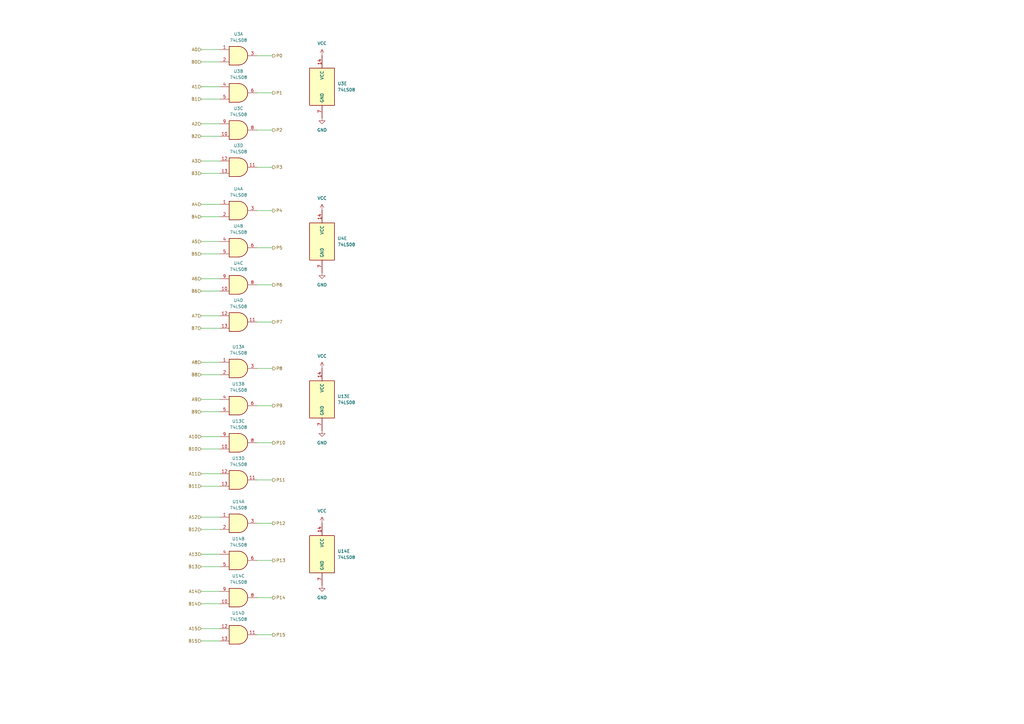
<source format=kicad_sch>
(kicad_sch (version 20231120) (generator "eeschema") (generator_version "8.0")
  (paper "A3")
  (lib_symbols
    (symbol "74xx:74LS08" (pin_names (offset 1.016))
      (property "Reference" "U" (at 0 1.27 0))
      (property "Value" "74LS08" (at 0 -1.27 0))
      (symbol "74LS08_1_1"
        (arc (start 0 -3.81) (mid 3.7934 0) (end 0 3.81) (stroke (width 0.254)) (fill (type background)))
        (polyline (pts (xy 0 3.81) (xy -3.81 3.81) (xy -3.81 -3.81) (xy 0 -3.81)) (stroke (width 0.254)) (fill (type background)))
        (pin input line (at -7.62 2.54 0) (length 3.81) (name "~") (number "1"))
        (pin input line (at -7.62 -2.54 0) (length 3.81) (name "~") (number "2"))
        (pin output line (at 7.62 0 180) (length 3.81) (name "~") (number "3"))
      )
      (symbol "74LS08_1_2"
        (arc (start -3.81 -3.81) (mid -2.589 0) (end -3.81 3.81) (stroke (width 0.254)))
        (arc (start -0.6096 -3.81) (mid 2.1842 -2.5851) (end 3.81 0) (stroke (width 0.254)) (fill (type background)))
        (polyline (pts (xy -3.81 -3.81) (xy -0.635 -3.81)) (stroke (width 0.254)) (fill (type background)))
        (polyline (pts (xy -3.81 3.81) (xy -0.635 3.81)) (stroke (width 0.254)) (fill (type background)))
        (polyline (pts (xy -0.635 3.81) (xy -3.81 3.81) (xy -3.81 3.81) (xy -3.556 3.4036) (xy -3.0226 2.2606) (xy -2.6924 1.0414) (xy -2.6162 -0.254) (xy -2.7686 -1.4986) (xy -3.175 -2.7178) (xy -3.81 -3.81) (xy -3.81 -3.81) (xy -0.635 -3.81)) (stroke (width -25.4)) (fill (type background)))
        (arc (start 3.81 0) (mid 2.1915 2.5936) (end -0.6096 3.81) (stroke (width 0.254)) (fill (type background)))
        (pin input inverted (at -7.62 2.54 0) (length 4.318) (name "~") (number "1"))
        (pin input inverted (at -7.62 -2.54 0) (length 4.318) (name "~") (number "2"))
        (pin output inverted (at 7.62 0 180) (length 3.81) (name "~") (number "3"))
      )
      (symbol "74LS08_2_1"
        (arc (start 0 -3.81) (mid 3.7934 0) (end 0 3.81) (stroke (width 0.254)) (fill (type background)))
        (polyline (pts (xy 0 3.81) (xy -3.81 3.81) (xy -3.81 -3.81) (xy 0 -3.81)) (stroke (width 0.254)) (fill (type background)))
        (pin input line (at -7.62 2.54 0) (length 3.81) (name "~") (number "4"))
        (pin input line (at -7.62 -2.54 0) (length 3.81) (name "~") (number "5"))
        (pin output line (at 7.62 0 180) (length 3.81) (name "~") (number "6"))
      )
      (symbol "74LS08_2_2"
        (arc (start -3.81 -3.81) (mid -2.589 0) (end -3.81 3.81) (stroke (width 0.254)))
        (arc (start -0.6096 -3.81) (mid 2.1842 -2.5851) (end 3.81 0) (stroke (width 0.254)) (fill (type background)))
        (polyline (pts (xy -3.81 -3.81) (xy -0.635 -3.81)) (stroke (width 0.254)) (fill (type background)))
        (polyline (pts (xy -3.81 3.81) (xy -0.635 3.81)) (stroke (width 0.254)) (fill (type background)))
        (polyline (pts (xy -0.635 3.81) (xy -3.81 3.81) (xy -3.81 3.81) (xy -3.556 3.4036) (xy -3.0226 2.2606) (xy -2.6924 1.0414) (xy -2.6162 -0.254) (xy -2.7686 -1.4986) (xy -3.175 -2.7178) (xy -3.81 -3.81) (xy -3.81 -3.81) (xy -0.635 -3.81)) (stroke (width -25.4)) (fill (type background)))
        (arc (start 3.81 0) (mid 2.1915 2.5936) (end -0.6096 3.81) (stroke (width 0.254)) (fill (type background)))
        (pin input inverted (at -7.62 2.54 0) (length 4.318) (name "~") (number "4"))
        (pin input inverted (at -7.62 -2.54 0) (length 4.318) (name "~") (number "5"))
        (pin output inverted (at 7.62 0 180) (length 3.81) (name "~") (number "6"))
      )
      (symbol "74LS08_3_1"
        (arc (start 0 -3.81) (mid 3.7934 0) (end 0 3.81) (stroke (width 0.254)) (fill (type background)))
        (polyline (pts (xy 0 3.81) (xy -3.81 3.81) (xy -3.81 -3.81) (xy 0 -3.81)) (stroke (width 0.254)) (fill (type background)))
        (pin input line (at -7.62 -2.54 0) (length 3.81) (name "~") (number "10"))
        (pin output line (at 7.62 0 180) (length 3.81) (name "~") (number "8"))
        (pin input line (at -7.62 2.54 0) (length 3.81) (name "~") (number "9"))
      )
      (symbol "74LS08_3_2"
        (arc (start -3.81 -3.81) (mid -2.589 0) (end -3.81 3.81) (stroke (width 0.254)))
        (arc (start -0.6096 -3.81) (mid 2.1842 -2.5851) (end 3.81 0) (stroke (width 0.254)) (fill (type background)))
        (polyline (pts (xy -3.81 -3.81) (xy -0.635 -3.81)) (stroke (width 0.254)) (fill (type background)))
        (polyline (pts (xy -3.81 3.81) (xy -0.635 3.81)) (stroke (width 0.254)) (fill (type background)))
        (polyline (pts (xy -0.635 3.81) (xy -3.81 3.81) (xy -3.81 3.81) (xy -3.556 3.4036) (xy -3.0226 2.2606) (xy -2.6924 1.0414) (xy -2.6162 -0.254) (xy -2.7686 -1.4986) (xy -3.175 -2.7178) (xy -3.81 -3.81) (xy -3.81 -3.81) (xy -0.635 -3.81)) (stroke (width -25.4)) (fill (type background)))
        (arc (start 3.81 0) (mid 2.1915 2.5936) (end -0.6096 3.81) (stroke (width 0.254)) (fill (type background)))
        (pin input inverted (at -7.62 -2.54 0) (length 4.318) (name "~") (number "10"))
        (pin output inverted (at 7.62 0 180) (length 3.81) (name "~") (number "8"))
        (pin input inverted (at -7.62 2.54 0) (length 4.318) (name "~") (number "9"))
      )
      (symbol "74LS08_4_1"
        (arc (start 0 -3.81) (mid 3.7934 0) (end 0 3.81) (stroke (width 0.254)) (fill (type background)))
        (polyline (pts (xy 0 3.81) (xy -3.81 3.81) (xy -3.81 -3.81) (xy 0 -3.81)) (stroke (width 0.254)) (fill (type background)))
        (pin output line (at 7.62 0 180) (length 3.81) (name "~") (number "11"))
        (pin input line (at -7.62 2.54 0) (length 3.81) (name "~") (number "12"))
        (pin input line (at -7.62 -2.54 0) (length 3.81) (name "~") (number "13"))
      )
      (symbol "74LS08_4_2"
        (arc (start -3.81 -3.81) (mid -2.589 0) (end -3.81 3.81) (stroke (width 0.254)))
        (arc (start -0.6096 -3.81) (mid 2.1842 -2.5851) (end 3.81 0) (stroke (width 0.254)) (fill (type background)))
        (polyline (pts (xy -3.81 -3.81) (xy -0.635 -3.81)) (stroke (width 0.254)) (fill (type background)))
        (polyline (pts (xy -3.81 3.81) (xy -0.635 3.81)) (stroke (width 0.254)) (fill (type background)))
        (polyline (pts (xy -0.635 3.81) (xy -3.81 3.81) (xy -3.81 3.81) (xy -3.556 3.4036) (xy -3.0226 2.2606) (xy -2.6924 1.0414) (xy -2.6162 -0.254) (xy -2.7686 -1.4986) (xy -3.175 -2.7178) (xy -3.81 -3.81) (xy -3.81 -3.81) (xy -0.635 -3.81)) (stroke (width -25.4)) (fill (type background)))
        (arc (start 3.81 0) (mid 2.1915 2.5936) (end -0.6096 3.81) (stroke (width 0.254)) (fill (type background)))
        (pin output inverted (at 7.62 0 180) (length 3.81) (name "~") (number "11"))
        (pin input inverted (at -7.62 2.54 0) (length 4.318) (name "~") (number "12"))
        (pin input inverted (at -7.62 -2.54 0) (length 4.318) (name "~") (number "13"))
      )
      (symbol "74LS08_5_0"
        (pin power_in line (at 0 12.7 270) (length 5.08) (name "VCC") (number "14"))
        (pin power_in line (at 0 -12.7 90) (length 5.08) (name "GND") (number "7"))
      )
      (symbol "74LS08_5_1"
        (rectangle (start -5.08 7.62) (end 5.08 -7.62) (stroke (width 0.254)) (fill (type background)))
      )
    )
    (symbol "power:GND" (power) (pin_numbers hide) (pin_names (offset 0) hide)
      (property "Value" "GND" (at 0 -3.81 0))
      (symbol "GND_0_1"
        (polyline (pts (xy 0 0) (xy 0 -1.27) (xy 1.27 -1.27) (xy 0 -2.54) (xy -1.27 -1.27) (xy 0 -1.27)))
      )
      (symbol "GND_1_1"
        (pin power_in line (at 0 0 270) (length 0) (name "~") (number "1"))
      )
    )
    (symbol "power:VCC" (power) (pin_numbers hide) (pin_names (offset 0) hide)
      (property "Value" "VCC" (at 0 3.556 0))
      (symbol "VCC_0_1"
        (polyline (pts (xy -0.762 1.27) (xy 0 2.54)))
        (polyline (pts (xy 0 0) (xy 0 2.54)))
        (polyline (pts (xy 0 2.54) (xy 0.762 1.27)))
      )
      (symbol "VCC_1_1"
        (pin power_in line (at 0 0 90) (length 0) (name "~") (number "1"))
      )
    )
  )
  (wire (pts (xy 105.41 151.13) (xy 111.76 151.13)))
  (wire (pts (xy 82.55 55.88) (xy 90.17 55.88)))
  (wire (pts (xy 105.41 38.1) (xy 111.76 38.1)))
  (wire (pts (xy 105.41 132.08) (xy 111.76 132.08)))
  (wire (pts (xy 82.55 50.8) (xy 90.17 50.8)))
  (wire (pts (xy 82.55 148.59) (xy 90.17 148.59)))
  (wire (pts (xy 105.41 116.84) (xy 111.76 116.84)))
  (wire (pts (xy 105.41 214.63) (xy 111.76 214.63)))
  (wire (pts (xy 82.55 257.81) (xy 90.17 257.81)))
  (wire (pts (xy 82.55 114.3) (xy 90.17 114.3)))
  (wire (pts (xy 105.41 260.35) (xy 111.76 260.35)))
  (wire (pts (xy 82.55 104.14) (xy 90.17 104.14)))
  (wire (pts (xy 82.55 66.04) (xy 90.17 66.04)))
  (wire (pts (xy 82.55 179.07) (xy 90.17 179.07)))
  (wire (pts (xy 105.41 68.58) (xy 111.76 68.58)))
  (wire (pts (xy 105.41 22.86) (xy 111.76 22.86)))
  (wire (pts (xy 105.41 86.36) (xy 111.76 86.36)))
  (wire (pts (xy 82.55 88.9) (xy 90.17 88.9)))
  (wire (pts (xy 82.55 153.67) (xy 90.17 153.67)))
  (wire (pts (xy 82.55 35.56) (xy 90.17 35.56)))
  (wire (pts (xy 105.41 53.34) (xy 111.76 53.34)))
  (wire (pts (xy 82.55 134.62) (xy 90.17 134.62)))
  (wire (pts (xy 105.41 166.37) (xy 111.76 166.37)))
  (wire (pts (xy 82.55 129.54) (xy 90.17 129.54)))
  (wire (pts (xy 82.55 20.32) (xy 90.17 20.32)))
  (wire (pts (xy 105.41 229.87) (xy 111.76 229.87)))
  (wire (pts (xy 82.55 232.41) (xy 90.17 232.41)))
  (wire (pts (xy 105.41 101.6) (xy 111.76 101.6)))
  (wire (pts (xy 82.55 25.4) (xy 90.17 25.4)))
  (wire (pts (xy 82.55 71.12) (xy 90.17 71.12)))
  (wire (pts (xy 82.55 227.33) (xy 90.17 227.33)))
  (wire (pts (xy 82.55 242.57) (xy 90.17 242.57)))
  (wire (pts (xy 105.41 245.11) (xy 111.76 245.11)))
  (wire (pts (xy 82.55 194.31) (xy 90.17 194.31)))
  (wire (pts (xy 82.55 262.89) (xy 90.17 262.89)))
  (wire (pts (xy 82.55 212.09) (xy 90.17 212.09)))
  (wire (pts (xy 82.55 163.83) (xy 90.17 163.83)))
  (wire (pts (xy 82.55 184.15) (xy 90.17 184.15)))
  (wire (pts (xy 82.55 217.17) (xy 90.17 217.17)))
  (wire (pts (xy 82.55 168.91) (xy 90.17 168.91)))
  (wire (pts (xy 105.41 196.85) (xy 111.76 196.85)))
  (wire (pts (xy 82.55 247.65) (xy 90.17 247.65)))
  (wire (pts (xy 82.55 83.82) (xy 90.17 83.82)))
  (wire (pts (xy 105.41 181.61) (xy 111.76 181.61)))
  (wire (pts (xy 82.55 199.39) (xy 90.17 199.39)))
  (wire (pts (xy 82.55 99.06) (xy 90.17 99.06)))
  (wire (pts (xy 82.55 119.38) (xy 90.17 119.38)))
  (wire (pts (xy 82.55 40.64) (xy 90.17 40.64)))
  (hierarchical_label "P0" (shape output) (at 111.76 22.86 0))
  (hierarchical_label "B6" (shape input) (at 82.55 119.38 180))
  (hierarchical_label "A2" (shape input) (at 82.55 50.8 180))
  (hierarchical_label "B13" (shape input) (at 82.55 232.41 180))
  (hierarchical_label "A14" (shape input) (at 82.55 242.57 180))
  (hierarchical_label "B4" (shape input) (at 82.55 88.9 180))
  (hierarchical_label "P7" (shape output) (at 111.76 132.08 0))
  (hierarchical_label "B9" (shape input) (at 82.55 168.91 180))
  (hierarchical_label "P9" (shape output) (at 111.76 166.37 0))
  (hierarchical_label "B3" (shape input) (at 82.55 71.12 180))
  (hierarchical_label "P6" (shape output) (at 111.76 116.84 0))
  (hierarchical_label "B2" (shape input) (at 82.55 55.88 180))
  (hierarchical_label "P13" (shape output) (at 111.76 229.87 0))
  (hierarchical_label "P5" (shape output) (at 111.76 101.6 0))
  (hierarchical_label "P3" (shape output) (at 111.76 68.58 0))
  (hierarchical_label "A12" (shape input) (at 82.55 212.09 180))
  (hierarchical_label "B5" (shape input) (at 82.55 104.14 180))
  (hierarchical_label "A7" (shape input) (at 82.55 129.54 180))
  (hierarchical_label "B14" (shape input) (at 82.55 247.65 180))
  (hierarchical_label "P8" (shape output) (at 111.76 151.13 0))
  (hierarchical_label "B0" (shape input) (at 82.55 25.4 180))
  (hierarchical_label "A13" (shape input) (at 82.55 227.33 180))
  (hierarchical_label "P11" (shape output) (at 111.76 196.85 0))
  (hierarchical_label "B8" (shape input) (at 82.55 153.67 180))
  (hierarchical_label "A5" (shape input) (at 82.55 99.06 180))
  (hierarchical_label "B1" (shape input) (at 82.55 40.64 180))
  (hierarchical_label "A0" (shape input) (at 82.55 20.32 180))
  (hierarchical_label "A6" (shape input) (at 82.55 114.3 180))
  (hierarchical_label "P1" (shape output) (at 111.76 38.1 0))
  (hierarchical_label "P12" (shape output) (at 111.76 214.63 0))
  (hierarchical_label "P4" (shape output) (at 111.76 86.36 0))
  (hierarchical_label "P2" (shape output) (at 111.76 53.34 0))
  (hierarchical_label "P14" (shape output) (at 111.76 245.11 0))
  (hierarchical_label "B10" (shape input) (at 82.55 184.15 180))
  (hierarchical_label "B15" (shape input) (at 82.55 262.89 180))
  (hierarchical_label "A11" (shape input) (at 82.55 194.31 180))
  (hierarchical_label "A1" (shape input) (at 82.55 35.56 180))
  (hierarchical_label "A3" (shape input) (at 82.55 66.04 180))
  (hierarchical_label "B7" (shape input) (at 82.55 134.62 180))
  (hierarchical_label "A15" (shape input) (at 82.55 257.81 180))
  (hierarchical_label "A4" (shape input) (at 82.55 83.82 180))
  (hierarchical_label "P10" (shape output) (at 111.76 181.61 0))
  (hierarchical_label "A10" (shape input) (at 82.55 179.07 180))
  (hierarchical_label "B11" (shape input) (at 82.55 199.39 180))
  (hierarchical_label "A9" (shape input) (at 82.55 163.83 180))
  (hierarchical_label "B12" (shape input) (at 82.55 217.17 180))
  (hierarchical_label "A8" (shape input) (at 82.55 148.59 180))
  (hierarchical_label "P15" (shape output) (at 111.76 260.35 0))
  (symbol (lib_id "power:GND") (at 132.08 240.03 0) (unit 1)
    (property "Reference" "#PWR030" (effects (hide yes)))
    (property "Value" "GND" (at 132.08 245.11 0))
    (property "Description" "Power symbol creates a global label with name \"GND\" , ground" (effects (hide yes)))
  )
  (symbol (lib_id "74xx:74LS08") (at 97.79 38.1 0) (unit 2)
    (property "Reference" "U3" (at 97.7817 29.21 0))
    (property "Value" "74LS08" (at 97.7817 31.75 0))
    (property "Datasheet" "http://www.ti.com/lit/gpn/sn74LS08" (effects (hide yes)))
    (property "Description" "Quad And2" (effects (hide yes)))
  )
  (symbol (lib_id "74xx:74LS08") (at 97.79 229.87 0) (unit 2)
    (property "Reference" "U14" (at 97.7817 220.98 0))
    (property "Value" "74LS08" (at 97.7817 223.52 0))
    (property "Datasheet" "http://www.ti.com/lit/gpn/sn74LS08" (effects (hide yes)))
    (property "Description" "Quad And2" (effects (hide yes)))
  )
  (symbol (lib_id "power:GND") (at 132.08 48.26 0) (unit 1)
    (property "Reference" "#PWR08" (effects (hide yes)))
    (property "Value" "GND" (at 132.08 53.34 0))
    (property "Description" "Power symbol creates a global label with name \"GND\" , ground" (effects (hide yes)))
  )
  (symbol (lib_id "74xx:74LS08") (at 97.79 86.36 0) (unit 1)
    (property "Reference" "U4" (at 97.7817 77.47 0))
    (property "Value" "74LS08" (at 97.7817 80.01 0))
    (property "Datasheet" "http://www.ti.com/lit/gpn/sn74LS08" (effects (hide yes)))
    (property "Description" "Quad And2" (effects (hide yes)))
  )
  (symbol (lib_id "74xx:74LS08") (at 97.79 181.61 0) (unit 3)
    (property "Reference" "U13" (at 97.7817 172.72 0))
    (property "Value" "74LS08" (at 97.7817 175.26 0))
    (property "Datasheet" "http://www.ti.com/lit/gpn/sn74LS08" (effects (hide yes)))
    (property "Description" "Quad And2" (effects (hide yes)))
  )
  (symbol (lib_id "74xx:74LS08") (at 97.79 166.37 0) (unit 2)
    (property "Reference" "U13" (at 97.7817 157.48 0))
    (property "Value" "74LS08" (at 97.7817 160.02 0))
    (property "Datasheet" "http://www.ti.com/lit/gpn/sn74LS08" (effects (hide yes)))
    (property "Description" "Quad And2" (effects (hide yes)))
  )
  (symbol (lib_id "power:GND") (at 132.08 111.76 0) (unit 1)
    (property "Reference" "#PWR010" (effects (hide yes)))
    (property "Value" "GND" (at 132.08 116.84 0))
    (property "Description" "Power symbol creates a global label with name \"GND\" , ground" (effects (hide yes)))
  )
  (symbol (lib_id "74xx:74LS08") (at 97.79 260.35 0) (unit 4)
    (property "Reference" "U14" (at 97.7817 251.46 0))
    (property "Value" "74LS08" (at 97.7817 254 0))
    (property "Datasheet" "http://www.ti.com/lit/gpn/sn74LS08" (effects (hide yes)))
    (property "Description" "Quad And2" (effects (hide yes)))
  )
  (symbol (lib_id "74xx:74LS08") (at 97.79 151.13 0) (unit 1)
    (property "Reference" "U13" (at 97.7817 142.24 0))
    (property "Value" "74LS08" (at 97.7817 144.78 0))
    (property "Datasheet" "http://www.ti.com/lit/gpn/sn74LS08" (effects (hide yes)))
    (property "Description" "Quad And2" (effects (hide yes)))
  )
  (symbol (lib_id "74xx:74LS08") (at 132.08 227.33 0) (unit 5)
    (property "Reference" "U14" (at 138.43 226.0599 0) (effects (justify left)))
    (property "Value" "74LS08" (at 138.43 228.5999 0) (effects (justify left)))
    (property "Datasheet" "http://www.ti.com/lit/gpn/sn74LS08" (effects (hide yes)))
    (property "Description" "Quad And2" (effects (hide yes)))
  )
  (symbol (lib_id "74xx:74LS08") (at 132.08 35.56 0) (unit 5)
    (property "Reference" "U3" (at 138.43 34.2899 0) (effects (justify left)))
    (property "Value" "74LS08" (at 138.43 36.8299 0) (effects (justify left)))
    (property "Datasheet" "http://www.ti.com/lit/gpn/sn74LS08" (effects (hide yes)))
    (property "Description" "Quad And2" (effects (hide yes)))
  )
  (symbol (lib_id "74xx:74LS08") (at 97.79 68.58 0) (unit 4)
    (property "Reference" "U3" (at 97.7817 59.69 0))
    (property "Value" "74LS08" (at 97.7817 62.23 0))
    (property "Datasheet" "http://www.ti.com/lit/gpn/sn74LS08" (effects (hide yes)))
    (property "Description" "Quad And2" (effects (hide yes)))
  )
  (symbol (lib_id "power:VCC") (at 132.08 151.13 0) (unit 1)
    (property "Reference" "#PWR011" (effects (hide yes)))
    (property "Value" "VCC" (at 132.08 146.05 0))
    (property "Description" "Power symbol creates a global label with name \"VCC\"" (effects (hide yes)))
  )
  (symbol (lib_id "74xx:74LS08") (at 132.08 163.83 0) (unit 5)
    (property "Reference" "U13" (at 138.43 162.5599 0) (effects (justify left)))
    (property "Value" "74LS08" (at 138.43 165.0999 0) (effects (justify left)))
    (property "Datasheet" "http://www.ti.com/lit/gpn/sn74LS08" (effects (hide yes)))
    (property "Description" "Quad And2" (effects (hide yes)))
  )
  (symbol (lib_id "74xx:74LS08") (at 97.79 214.63 0) (unit 1)
    (property "Reference" "U14" (at 97.7817 205.74 0))
    (property "Value" "74LS08" (at 97.7817 208.28 0))
    (property "Datasheet" "http://www.ti.com/lit/gpn/sn74LS08" (effects (hide yes)))
    (property "Description" "Quad And2" (effects (hide yes)))
  )
  (symbol (lib_id "74xx:74LS08") (at 97.79 116.84 0) (unit 3)
    (property "Reference" "U4" (at 97.7817 107.95 0))
    (property "Value" "74LS08" (at 97.7817 110.49 0))
    (property "Datasheet" "http://www.ti.com/lit/gpn/sn74LS08" (effects (hide yes)))
    (property "Description" "Quad And2" (effects (hide yes)))
  )
  (symbol (lib_id "power:GND") (at 132.08 176.53 0) (unit 1)
    (property "Reference" "#PWR012" (effects (hide yes)))
    (property "Value" "GND" (at 132.08 181.61 0))
    (property "Description" "Power symbol creates a global label with name \"GND\" , ground" (effects (hide yes)))
  )
  (symbol (lib_id "power:VCC") (at 132.08 22.86 0) (unit 1)
    (property "Reference" "#PWR07" (effects (hide yes)))
    (property "Value" "VCC" (at 132.08 17.78 0))
    (property "Description" "Power symbol creates a global label with name \"VCC\"" (effects (hide yes)))
  )
  (symbol (lib_id "74xx:74LS08") (at 97.79 196.85 0) (unit 4)
    (property "Reference" "U13" (at 97.7817 187.96 0))
    (property "Value" "74LS08" (at 97.7817 190.5 0))
    (property "Datasheet" "http://www.ti.com/lit/gpn/sn74LS08" (effects (hide yes)))
    (property "Description" "Quad And2" (effects (hide yes)))
  )
  (symbol (lib_id "74xx:74LS08") (at 97.79 53.34 0) (unit 3)
    (property "Reference" "U3" (at 97.7817 44.45 0))
    (property "Value" "74LS08" (at 97.7817 46.99 0))
    (property "Datasheet" "http://www.ti.com/lit/gpn/sn74LS08" (effects (hide yes)))
    (property "Description" "Quad And2" (effects (hide yes)))
  )
  (symbol (lib_id "74xx:74LS08") (at 97.79 245.11 0) (unit 3)
    (property "Reference" "U14" (at 97.7817 236.22 0))
    (property "Value" "74LS08" (at 97.7817 238.76 0))
    (property "Datasheet" "http://www.ti.com/lit/gpn/sn74LS08" (effects (hide yes)))
    (property "Description" "Quad And2" (effects (hide yes)))
  )
  (symbol (lib_id "74xx:74LS08") (at 132.08 99.06 0) (unit 5)
    (property "Reference" "U4" (at 138.43 97.7899 0) (effects (justify left)))
    (property "Value" "74LS08" (at 138.43 100.3299 0) (effects (justify left)))
    (property "Datasheet" "http://www.ti.com/lit/gpn/sn74LS08" (effects (hide yes)))
    (property "Description" "Quad And2" (effects (hide yes)))
  )
  (symbol (lib_id "74xx:74LS08") (at 97.79 22.86 0) (unit 1)
    (property "Reference" "U3" (at 97.7817 13.97 0))
    (property "Value" "74LS08" (at 97.7817 16.51 0))
    (property "Datasheet" "http://www.ti.com/lit/gpn/sn74LS08" (effects (hide yes)))
    (property "Description" "Quad And2" (effects (hide yes)))
  )
  (symbol (lib_id "74xx:74LS08") (at 97.79 101.6 0) (unit 2)
    (property "Reference" "U4" (at 97.7817 92.71 0))
    (property "Value" "74LS08" (at 97.7817 95.25 0))
    (property "Datasheet" "http://www.ti.com/lit/gpn/sn74LS08" (effects (hide yes)))
    (property "Description" "Quad And2" (effects (hide yes)))
  )
  (symbol (lib_id "power:VCC") (at 132.08 86.36 0) (unit 1)
    (property "Reference" "#PWR09" (effects (hide yes)))
    (property "Value" "VCC" (at 132.08 81.28 0))
    (property "Description" "Power symbol creates a global label with name \"VCC\"" (effects (hide yes)))
  )
  (symbol (lib_id "power:VCC") (at 132.08 214.63 0) (unit 1)
    (property "Reference" "#PWR029" (effects (hide yes)))
    (property "Value" "VCC" (at 132.08 209.55 0))
    (property "Description" "Power symbol creates a global label with name \"VCC\"" (effects (hide yes)))
  )
  (symbol (lib_id "74xx:74LS08") (at 97.79 132.08 0) (unit 4)
    (property "Reference" "U4" (at 97.7817 123.19 0))
    (property "Value" "74LS08" (at 97.7817 125.73 0))
    (property "Datasheet" "http://www.ti.com/lit/gpn/sn74LS08" (effects (hide yes)))
    (property "Description" "Quad And2" (effects (hide yes)))
  )
)
</source>
